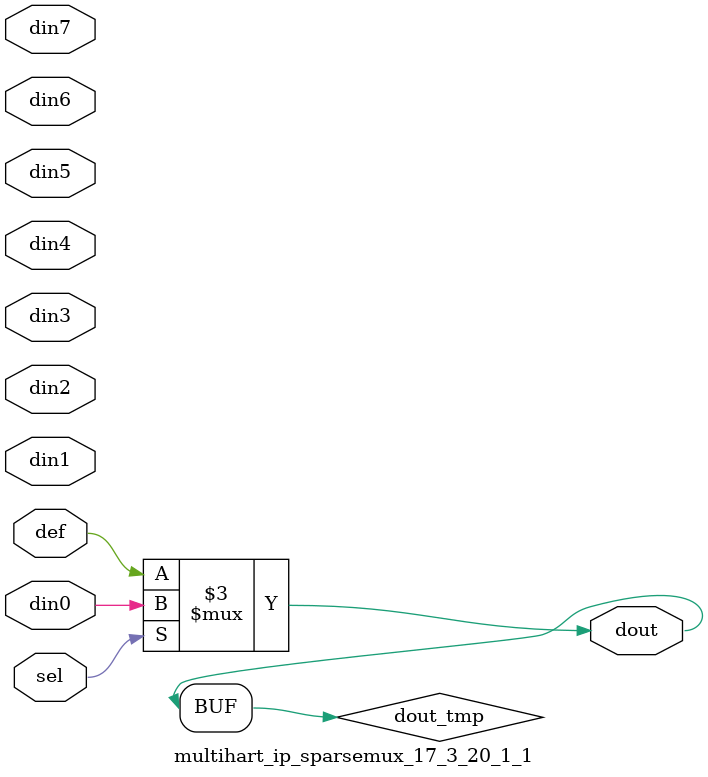
<source format=v>
`timescale 1ns / 1ps

module multihart_ip_sparsemux_17_3_20_1_1 (din0,din1,din2,din3,din4,din5,din6,din7,def,sel,dout);

parameter din0_WIDTH = 1;

parameter din1_WIDTH = 1;

parameter din2_WIDTH = 1;

parameter din3_WIDTH = 1;

parameter din4_WIDTH = 1;

parameter din5_WIDTH = 1;

parameter din6_WIDTH = 1;

parameter din7_WIDTH = 1;

parameter def_WIDTH = 1;
parameter sel_WIDTH = 1;
parameter dout_WIDTH = 1;

parameter [sel_WIDTH-1:0] CASE0 = 1;

parameter [sel_WIDTH-1:0] CASE1 = 1;

parameter [sel_WIDTH-1:0] CASE2 = 1;

parameter [sel_WIDTH-1:0] CASE3 = 1;

parameter [sel_WIDTH-1:0] CASE4 = 1;

parameter [sel_WIDTH-1:0] CASE5 = 1;

parameter [sel_WIDTH-1:0] CASE6 = 1;

parameter [sel_WIDTH-1:0] CASE7 = 1;

parameter ID = 1;
parameter NUM_STAGE = 1;



input [din0_WIDTH-1:0] din0;

input [din1_WIDTH-1:0] din1;

input [din2_WIDTH-1:0] din2;

input [din3_WIDTH-1:0] din3;

input [din4_WIDTH-1:0] din4;

input [din5_WIDTH-1:0] din5;

input [din6_WIDTH-1:0] din6;

input [din7_WIDTH-1:0] din7;

input [def_WIDTH-1:0] def;
input [sel_WIDTH-1:0] sel;

output [dout_WIDTH-1:0] dout;



reg [dout_WIDTH-1:0] dout_tmp;


always @ (*) begin
(* parallel_case *) case (sel)
    
    CASE0 : dout_tmp = din0;
    
    CASE1 : dout_tmp = din1;
    
    CASE2 : dout_tmp = din2;
    
    CASE3 : dout_tmp = din3;
    
    CASE4 : dout_tmp = din4;
    
    CASE5 : dout_tmp = din5;
    
    CASE6 : dout_tmp = din6;
    
    CASE7 : dout_tmp = din7;
    
    default : dout_tmp = def;
endcase
end


assign dout = dout_tmp;



endmodule

</source>
